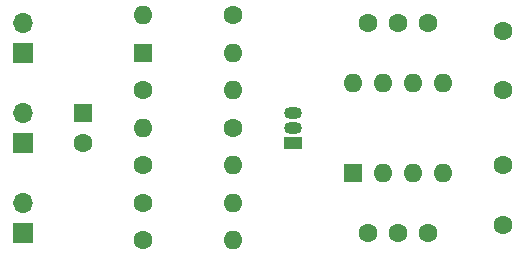
<source format=gbr>
%TF.GenerationSoftware,KiCad,Pcbnew,5.1.7-a382d34a8~88~ubuntu16.04.1*%
%TF.CreationDate,2021-06-30T18:42:57+02:00*%
%TF.ProjectId,555-piezo-trigger,3535352d-7069-4657-9a6f-2d7472696767,rev?*%
%TF.SameCoordinates,Original*%
%TF.FileFunction,Soldermask,Top*%
%TF.FilePolarity,Negative*%
%FSLAX46Y46*%
G04 Gerber Fmt 4.6, Leading zero omitted, Abs format (unit mm)*
G04 Created by KiCad (PCBNEW 5.1.7-a382d34a8~88~ubuntu16.04.1) date 2021-06-30 18:42:57*
%MOMM*%
%LPD*%
G01*
G04 APERTURE LIST*
%ADD10O,1.700000X1.700000*%
%ADD11R,1.700000X1.700000*%
%ADD12R,1.600000X1.600000*%
%ADD13C,1.600000*%
%ADD14O,1.600000X1.600000*%
%ADD15O,1.500000X1.050000*%
%ADD16R,1.500000X1.050000*%
G04 APERTURE END LIST*
D10*
%TO.C,J3*%
X88900000Y-83820000D03*
D11*
X88900000Y-86360000D03*
%TD*%
D10*
%TO.C,J1*%
X88900000Y-68580000D03*
D11*
X88900000Y-71120000D03*
%TD*%
D10*
%TO.C,J2*%
X88900000Y-76200000D03*
D11*
X88900000Y-78740000D03*
%TD*%
D12*
%TO.C,D2*%
X93980000Y-76200000D03*
D13*
X93980000Y-78740000D03*
%TD*%
%TO.C,C1*%
X129540000Y-74295000D03*
X129540000Y-69295000D03*
%TD*%
%TO.C,C2*%
X129540000Y-80645000D03*
X129540000Y-85645000D03*
%TD*%
D12*
%TO.C,D1*%
X99060000Y-71120000D03*
D14*
X106680000Y-71120000D03*
%TD*%
D15*
%TO.C,Q1*%
X111760000Y-77470000D03*
X111760000Y-76200000D03*
D16*
X111760000Y-78740000D03*
%TD*%
D14*
%TO.C,R4*%
X106680000Y-80645000D03*
D13*
X99060000Y-80645000D03*
%TD*%
%TO.C,R5*%
X99060000Y-83820000D03*
D14*
X106680000Y-83820000D03*
%TD*%
%TO.C,R2*%
X106680000Y-74295000D03*
D13*
X99060000Y-74295000D03*
%TD*%
%TO.C,RV1*%
X118110000Y-68580000D03*
X120650000Y-68580000D03*
X123190000Y-68580000D03*
%TD*%
%TO.C,RV2*%
X118110000Y-86360000D03*
X120650000Y-86360000D03*
X123190000Y-86360000D03*
%TD*%
D12*
%TO.C,U1*%
X116840000Y-81280000D03*
D14*
X124460000Y-73660000D03*
X119380000Y-81280000D03*
X121920000Y-73660000D03*
X121920000Y-81280000D03*
X119380000Y-73660000D03*
X124460000Y-81280000D03*
X116840000Y-73660000D03*
%TD*%
D13*
%TO.C,R3*%
X106680000Y-77470000D03*
D14*
X99060000Y-77470000D03*
%TD*%
D13*
%TO.C,R1*%
X106680000Y-67945000D03*
D14*
X99060000Y-67945000D03*
%TD*%
%TO.C,R6*%
X106680000Y-86995000D03*
D13*
X99060000Y-86995000D03*
%TD*%
M02*

</source>
